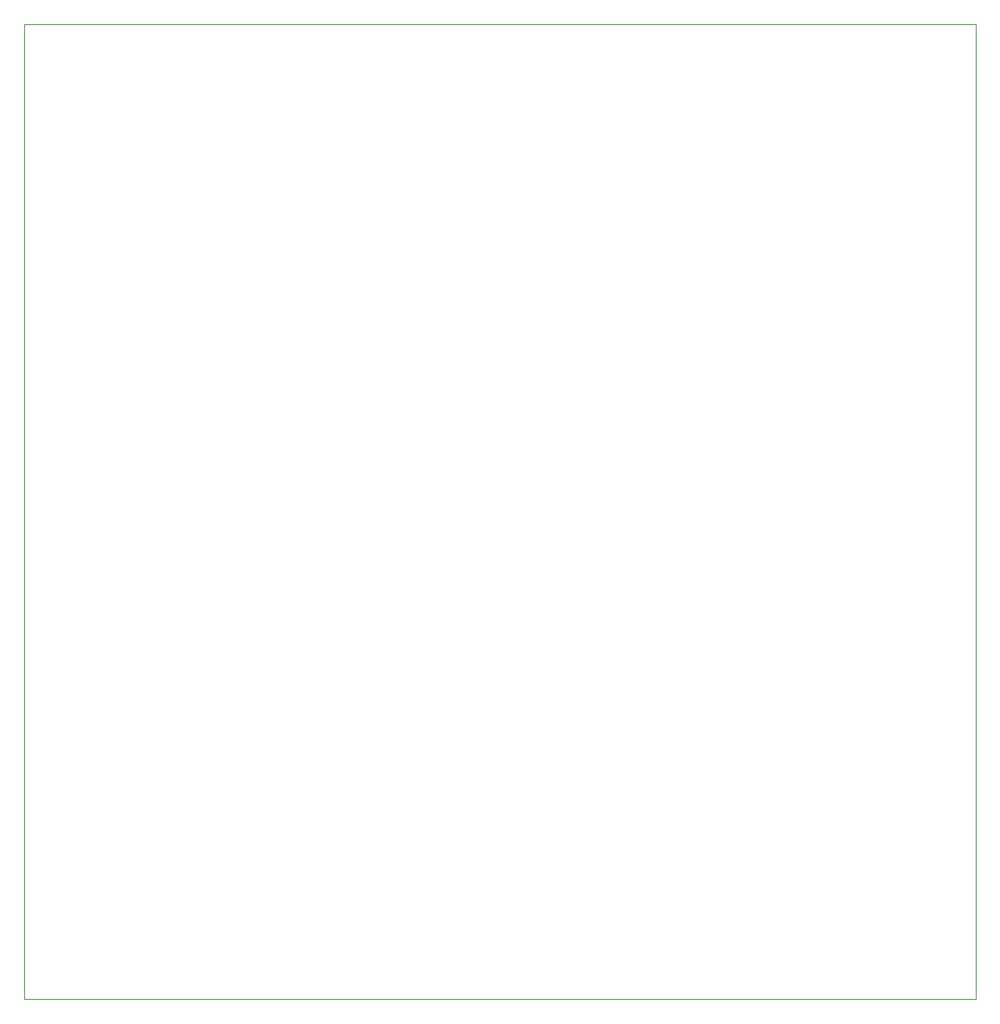
<source format=gbr>
%TF.GenerationSoftware,KiCad,Pcbnew,(6.0.1)*%
%TF.CreationDate,2022-03-12T16:38:08+00:00*%
%TF.ProjectId,Ball_Solder_Stencil,42616c6c-5f53-46f6-9c64-65725f537465,rev?*%
%TF.SameCoordinates,Original*%
%TF.FileFunction,Profile,NP*%
%FSLAX46Y46*%
G04 Gerber Fmt 4.6, Leading zero omitted, Abs format (unit mm)*
G04 Created by KiCad (PCBNEW (6.0.1)) date 2022-03-12 16:38:08*
%MOMM*%
%LPD*%
G01*
G04 APERTURE LIST*
%TA.AperFunction,Profile*%
%ADD10C,0.100000*%
%TD*%
G04 APERTURE END LIST*
D10*
X65000000Y-55600000D02*
X164800000Y-55600000D01*
X164800000Y-55600000D02*
X164800000Y-157800000D01*
X164800000Y-157800000D02*
X65000000Y-157800000D01*
X65000000Y-157800000D02*
X65000000Y-55600000D01*
M02*

</source>
